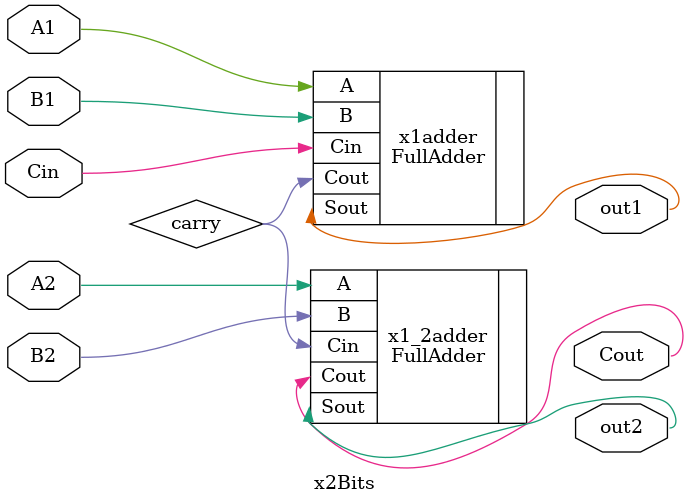
<source format=sv>
`timescale 1ns / 1ps


module x2Bits(
   input  logic B1, B2, A1, A2, Cin,
   output logic out1, out2, 
   output logic Cout
    );
    
    logic carry;
FullAdder   x1adder(.A(A1), .B(B1), .Cin(Cin), .Cout(carry), .Sout(out1)); //1 bit
FullAdder x1_2adder(.A(A2), .B(B2), .Cin(carry), .Cout(Cout), .Sout(out2)); //1 bit

endmodule

</source>
